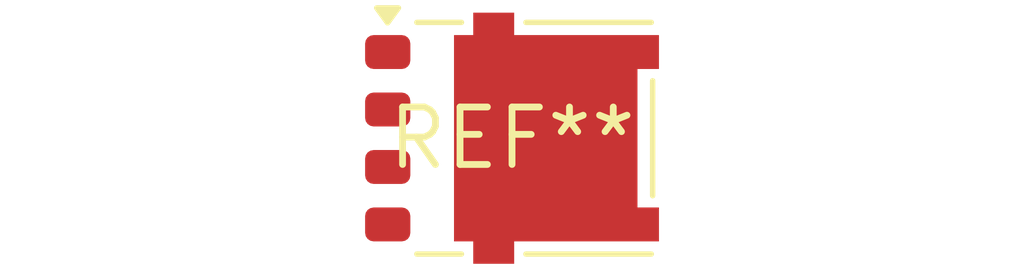
<source format=kicad_pcb>
(kicad_pcb (version 20240108) (generator pcbnew)
  (layers (0 "F.Cu" signal) (31 "B.Cu" signal) (34 "B.Paste" user) (35 "F.Paste" user) (36 "B.SilkS" user "B.Silkscreen") (37 "F.SilkS" user "F.Silkscreen") (38 "B.Mask" user) (39 "F.Mask" user) (44 "Edge.Cuts" user))
  (net 0 "")
  (footprint "ONSemi_SO-8FL_488AA" (layer "F.Cu") (at 0 0)
    (property "Reference" "REF**")
    (property "Value" "ONSemi_SO-8FL_488AA")
    (fp_line (start -1.11825 -2.56) (end -2.10325 -2.56) (layer "F.SilkS") (stroke (width 0.12)))
    (fp_line (start -1.11825 2.56) (end -2.10325 2.56) (layer "F.SilkS") (stroke (width 0.12)))
    (fp_line (start 3.07775 -2.56) (end 0.30775 -2.56) (layer "F.SilkS") (stroke (width 0.12)))
    (fp_line (start 3.07775 2.56) (end 0.30775 2.56) (layer "F.SilkS") (stroke (width 0.12)))
    (fp_line (start 3.10775 -1.27) (end 3.10775 1.27) (layer "F.SilkS") (stroke (width 0.12)))
    (fp_poly (pts (xy -2.75 -2.55) (xy -2.51 -2.88) (xy -2.99 -2.88) (xy -2.75 -2.55)) (layer "F.SilkS") (stroke (width 0.12)) (fill solid))
    (pad "1" smd roundrect (at -2.74725 -1.905) (size 1 0.75) (layers "F.Cu" "F.Paste" "F.Mask"))
    (pad "2" smd roundrect (at -2.74725 -0.635) (size 1 0.75) (layers "F.Cu" "F.Paste" "F.Mask"))
    (pad "3" smd roundrect (at -2.74725 0.635) (size 1 0.75) (layers "F.Cu" "F.Paste" "F.Mask"))
    (pad "4" smd roundrect (at -2.74725 1.905) (size 1 0.75) (layers "F.Cu" "F.Paste" "F.Mask"))
    (pad "5" smd custom (at 0.745 0) (size 4.055 4.56) (layers "F.Cu" "F.Paste" "F.Mask") (options (clearance outline) (anchor rect)) (primitives (gr_poly (pts (xy -0.6975 -2.28) (xy 2.5025 -2.28) (xy 2.5025 -1.53) (xy 1.905 -1.53) (xy 1.905 1.53) (xy 2.5025 1.53) (xy 2.5025 2.28) (xy -0.6975 2.28) (xy -0.6975 2.775) (xy -1.6025 2.775) (xy -1.6025 -2.775) (xy -0.6975 -2.775)) (width 0) (fill yes))))
  )
)
</source>
